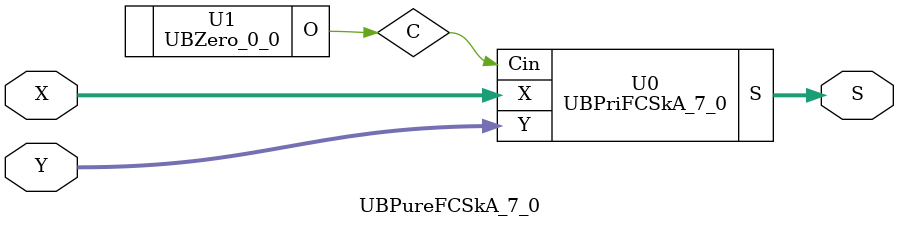
<source format=v>
/*----------------------------------------------------------------------------
  Copyright (c) 2021 Homma laboratory. All rights reserved.

  Top module: UBFCSkA_7_0_7_0

  Operand-1 length: 8
  Operand-2 length: 8
  Two-operand addition algorithm: Carry-skip adder (fixed-block-size)
----------------------------------------------------------------------------*/

module UBHA_0(C, S, X, Y);
  output C;
  output S;
  input X;
  input Y;
  assign C = X & Y;
  assign S = X ^ Y;
endmodule

module UBPFA_0(Co, S, P, X, Y, Ci);
  output Co;
  output P;
  output S;
  input Ci;
  input X;
  input Y;
  wire C_0;
  wire C_1;
  wire S_0;
  assign Co = C_0 | C_1;
  assign P = S_0;
  UBHA_0 U0 (C_0, S_0, X, Y);
  UBHA_0 U1 (C_1, S, S_0, Ci);
endmodule

module UBHA_1(C, S, X, Y);
  output C;
  output S;
  input X;
  input Y;
  assign C = X & Y;
  assign S = X ^ Y;
endmodule

module UBPFA_1(Co, S, P, X, Y, Ci);
  output Co;
  output P;
  output S;
  input Ci;
  input X;
  input Y;
  wire C_0;
  wire C_1;
  wire S_0;
  assign Co = C_0 | C_1;
  assign P = S_0;
  UBHA_1 U0 (C_0, S_0, X, Y);
  UBHA_1 U1 (C_1, S, S_0, Ci);
endmodule

module UBCSkB_1_0(Co, S, X, Y, Ci);
  output Co;
  output [1:0] S;
  input Ci;
  input [1:0] X;
  input [1:0] Y;
  wire C1;
  wire C2;
  wire P0;
  wire P1;
  wire Sk;
  assign Sk = ( P0 & P1 ) & Ci;
  assign Co = C2 | Sk;
  UBPFA_0 U0 (C1, S[0], P0, X[0], Y[0], Ci);
  UBPFA_1 U1 (C2, S[1], P1, X[1], Y[1], C1);
endmodule

module UBHA_2(C, S, X, Y);
  output C;
  output S;
  input X;
  input Y;
  assign C = X & Y;
  assign S = X ^ Y;
endmodule

module UBPFA_2(Co, S, P, X, Y, Ci);
  output Co;
  output P;
  output S;
  input Ci;
  input X;
  input Y;
  wire C_0;
  wire C_1;
  wire S_0;
  assign Co = C_0 | C_1;
  assign P = S_0;
  UBHA_2 U0 (C_0, S_0, X, Y);
  UBHA_2 U1 (C_1, S, S_0, Ci);
endmodule

module UBHA_3(C, S, X, Y);
  output C;
  output S;
  input X;
  input Y;
  assign C = X & Y;
  assign S = X ^ Y;
endmodule

module UBPFA_3(Co, S, P, X, Y, Ci);
  output Co;
  output P;
  output S;
  input Ci;
  input X;
  input Y;
  wire C_0;
  wire C_1;
  wire S_0;
  assign Co = C_0 | C_1;
  assign P = S_0;
  UBHA_3 U0 (C_0, S_0, X, Y);
  UBHA_3 U1 (C_1, S, S_0, Ci);
endmodule

module UBCSkB_3_2(Co, S, X, Y, Ci);
  output Co;
  output [3:2] S;
  input Ci;
  input [3:2] X;
  input [3:2] Y;
  wire C3;
  wire C4;
  wire P2;
  wire P3;
  wire Sk;
  assign Sk = ( P2 & P3 ) & Ci;
  assign Co = C4 | Sk;
  UBPFA_2 U0 (C3, S[2], P2, X[2], Y[2], Ci);
  UBPFA_3 U1 (C4, S[3], P3, X[3], Y[3], C3);
endmodule

module UBHA_4(C, S, X, Y);
  output C;
  output S;
  input X;
  input Y;
  assign C = X & Y;
  assign S = X ^ Y;
endmodule

module UBPFA_4(Co, S, P, X, Y, Ci);
  output Co;
  output P;
  output S;
  input Ci;
  input X;
  input Y;
  wire C_0;
  wire C_1;
  wire S_0;
  assign Co = C_0 | C_1;
  assign P = S_0;
  UBHA_4 U0 (C_0, S_0, X, Y);
  UBHA_4 U1 (C_1, S, S_0, Ci);
endmodule

module UBHA_5(C, S, X, Y);
  output C;
  output S;
  input X;
  input Y;
  assign C = X & Y;
  assign S = X ^ Y;
endmodule

module UBPFA_5(Co, S, P, X, Y, Ci);
  output Co;
  output P;
  output S;
  input Ci;
  input X;
  input Y;
  wire C_0;
  wire C_1;
  wire S_0;
  assign Co = C_0 | C_1;
  assign P = S_0;
  UBHA_5 U0 (C_0, S_0, X, Y);
  UBHA_5 U1 (C_1, S, S_0, Ci);
endmodule

module UBCSkB_5_4(Co, S, X, Y, Ci);
  output Co;
  output [5:4] S;
  input Ci;
  input [5:4] X;
  input [5:4] Y;
  wire C5;
  wire C6;
  wire P4;
  wire P5;
  wire Sk;
  assign Sk = ( P4 & P5 ) & Ci;
  assign Co = C6 | Sk;
  UBPFA_4 U0 (C5, S[4], P4, X[4], Y[4], Ci);
  UBPFA_5 U1 (C6, S[5], P5, X[5], Y[5], C5);
endmodule

module UBHA_6(C, S, X, Y);
  output C;
  output S;
  input X;
  input Y;
  assign C = X & Y;
  assign S = X ^ Y;
endmodule

module UBPFA_6(Co, S, P, X, Y, Ci);
  output Co;
  output P;
  output S;
  input Ci;
  input X;
  input Y;
  wire C_0;
  wire C_1;
  wire S_0;
  assign Co = C_0 | C_1;
  assign P = S_0;
  UBHA_6 U0 (C_0, S_0, X, Y);
  UBHA_6 U1 (C_1, S, S_0, Ci);
endmodule

module UBHA_7(C, S, X, Y);
  output C;
  output S;
  input X;
  input Y;
  assign C = X & Y;
  assign S = X ^ Y;
endmodule

module UBPFA_7(Co, S, P, X, Y, Ci);
  output Co;
  output P;
  output S;
  input Ci;
  input X;
  input Y;
  wire C_0;
  wire C_1;
  wire S_0;
  assign Co = C_0 | C_1;
  assign P = S_0;
  UBHA_7 U0 (C_0, S_0, X, Y);
  UBHA_7 U1 (C_1, S, S_0, Ci);
endmodule

module UBCSkB_7_6(Co, S, X, Y, Ci);
  output Co;
  output [7:6] S;
  input Ci;
  input [7:6] X;
  input [7:6] Y;
  wire C7;
  wire C8;
  wire P6;
  wire P7;
  wire Sk;
  assign Sk = ( P6 & P7 ) & Ci;
  assign Co = C8 | Sk;
  UBPFA_6 U0 (C7, S[6], P6, X[6], Y[6], Ci);
  UBPFA_7 U1 (C8, S[7], P7, X[7], Y[7], C7);
endmodule

module UBPriFCSkA_7_0(S, X, Y, Cin);
  output [8:0] S;
  input Cin;
  input [7:0] X;
  input [7:0] Y;
  wire C2;
  wire C4;
  wire C6;
  UBCSkB_1_0 U0 (C2, S[1:0], X[1:0], Y[1:0], Cin);
  UBCSkB_3_2 U1 (C4, S[3:2], X[3:2], Y[3:2], C2);
  UBCSkB_5_4 U2 (C6, S[5:4], X[5:4], Y[5:4], C4);
  UBCSkB_7_6 U3 (S[8], S[7:6], X[7:6], Y[7:6], C6);
endmodule

module UBZero_0_0(O);
  output [0:0] O;
  assign O[0] = 0;
endmodule

module UBFCSkA_7_0_7_0 (S, X, Y);
  output [8:0] S;
  input [7:0] X;
  input [7:0] Y;
  UBPureFCSkA_7_0 U0 (S[8:0], X[7:0], Y[7:0]);
endmodule

module UBPureFCSkA_7_0 (S, X, Y);
  output [8:0] S;
  input [7:0] X;
  input [7:0] Y;
  wire C;
  UBPriFCSkA_7_0 U0 (S, X, Y, C);
  UBZero_0_0 U1 (C);
endmodule


</source>
